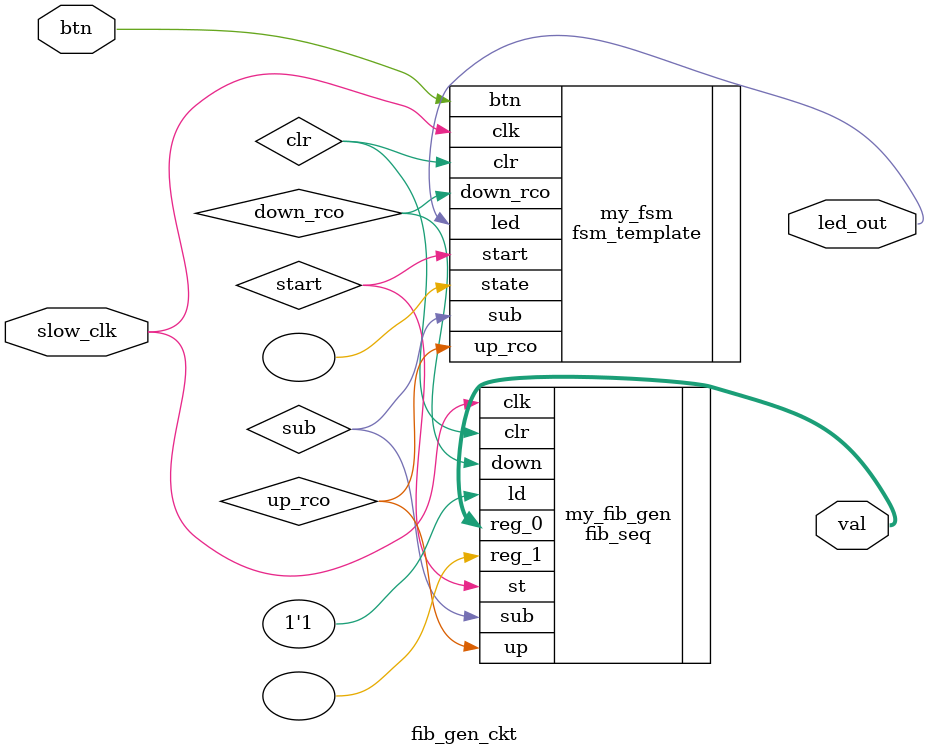
<source format=v>
`timescale 1ns / 1ps


module fib_gen_ckt(
    input btn,
    input slow_clk,
    output [10:0] val,
    output led_out
    );
    
    wire up_rco, down_rco, start, sub, clr;
    
    // fsm that controls the fib computation
    fsm_template my_fsm( 
        .clk(slow_clk), .btn(btn), .up_rco(up_rco), . down_rco(down_rco),
        .start(start), .sub(sub), .clr(clr), .led(led_out)
        , .state()
    );
    
    // computes fibonacci sequence up to 987
    fib_seq my_fib_gen(
        .st(start), .sub(sub), .ld(1'b1), .clr(clr), .clk(slow_clk),
        .up(up_rco), .down(down_rco), .reg_0(val), .reg_1()
    ); 

endmodule

</source>
